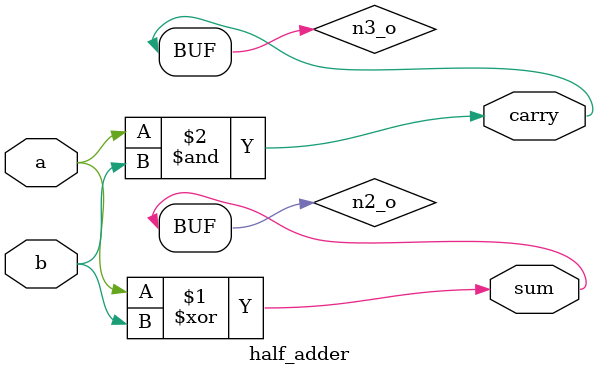
<source format=v>
module half_adder
  (input  a,
   input  b,
   output sum,
   output carry);
  wire n2_o;
  wire n3_o;
  assign sum = n2_o;
  assign carry = n3_o;
  /* /home/rodrigo/GitHub/HDL/hdl_practice/half_adder.vhd:13:16  */
  assign n2_o = a ^ b;
  /* /home/rodrigo/GitHub/HDL/hdl_practice/half_adder.vhd:14:16  */
  assign n3_o = a & b;
endmodule


</source>
